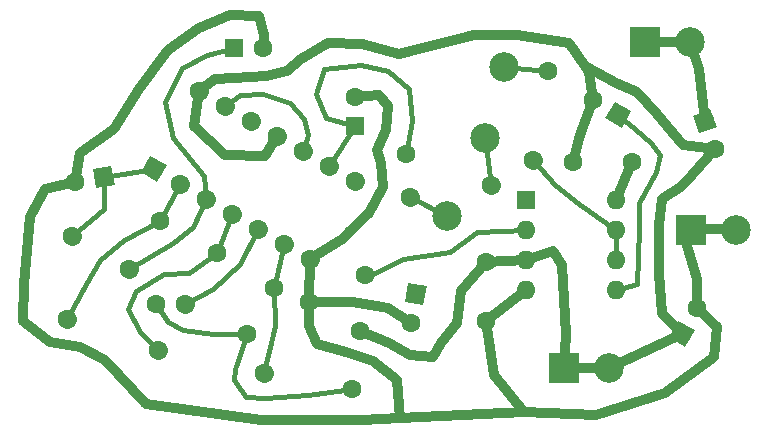
<source format=gbr>
G04 #@! TF.GenerationSoftware,KiCad,Pcbnew,(5.1.2-1)-1*
G04 #@! TF.CreationDate,2021-07-19T19:49:03-04:00*
G04 #@! TF.ProjectId,Psycho LFO - CGS,50737963-686f-4204-9c46-4f202d204347,rev?*
G04 #@! TF.SameCoordinates,Original*
G04 #@! TF.FileFunction,Copper,L2,Bot*
G04 #@! TF.FilePolarity,Positive*
%FSLAX46Y46*%
G04 Gerber Fmt 4.6, Leading zero omitted, Abs format (unit mm)*
G04 Created by KiCad (PCBNEW (5.1.2-1)-1) date 2021-07-19 19:49:03*
%MOMM*%
%LPD*%
G04 APERTURE LIST*
%ADD10C,1.600000*%
%ADD11C,1.600000*%
%ADD12C,0.100000*%
%ADD13R,1.600000X1.600000*%
%ADD14C,2.499360*%
%ADD15R,2.499360X2.499360*%
%ADD16O,1.600000X1.600000*%
%ADD17C,0.406400*%
%ADD18C,0.812800*%
G04 APERTURE END LIST*
D10*
X54328258Y-28387193D03*
D11*
X54328258Y-28387193D02*
X54328258Y-28387193D01*
D10*
X47167800Y-25781000D03*
X62960536Y-21203600D03*
X65125600Y-22453600D03*
D12*
G36*
X66218420Y-22160780D02*
G01*
X65418420Y-23546420D01*
X64032780Y-22746420D01*
X64832780Y-21360780D01*
X66218420Y-22160780D01*
X66218420Y-22160780D01*
G37*
D10*
X42849800Y-20918800D03*
D13*
X42849800Y-23418800D03*
D10*
X47546480Y-40079419D03*
X47980600Y-37617400D03*
D12*
G36*
X47331672Y-36690635D02*
G01*
X48907365Y-36968472D01*
X48629528Y-38544165D01*
X47053835Y-38266328D01*
X47331672Y-36690635D01*
X47331672Y-36690635D01*
G37*
D10*
X35062800Y-16789400D03*
D13*
X32562800Y-16789400D03*
D10*
X19102581Y-28145520D03*
X21564600Y-27711400D03*
D12*
G36*
X22213528Y-26784635D02*
G01*
X22491365Y-28360328D01*
X20915672Y-28638165D01*
X20637835Y-27062472D01*
X22213528Y-26784635D01*
X22213528Y-26784635D01*
G37*
D14*
X50622200Y-31013400D03*
X53822600Y-24384000D03*
D10*
X38900673Y-38292400D03*
X43230800Y-40792400D03*
X61294000Y-26441400D03*
X66294000Y-26441400D03*
X53898800Y-34899600D03*
X53898800Y-39899600D03*
X72440800Y-23012400D03*
D12*
G36*
X71415430Y-22534262D02*
G01*
X72918938Y-21987030D01*
X73466170Y-23490538D01*
X71962662Y-24037770D01*
X71415430Y-22534262D01*
X71415430Y-22534262D01*
G37*
D10*
X73295850Y-25361632D03*
X71760400Y-38830536D03*
X70510400Y-40995600D03*
D12*
G36*
X70803220Y-42088420D02*
G01*
X69417580Y-41288420D01*
X70217580Y-39902780D01*
X71603220Y-40702780D01*
X70803220Y-42088420D01*
X70803220Y-42088420D01*
G37*
D15*
X67386200Y-16306800D03*
D14*
X71196200Y-16306800D03*
D15*
X60528200Y-43891200D03*
D14*
X64338200Y-43891200D03*
X75082400Y-32207200D03*
D15*
X71272400Y-32207200D03*
D14*
X55473600Y-18389600D03*
D10*
X26333399Y-31411385D03*
X18829164Y-32734584D03*
D11*
X18829164Y-32734584D02*
X18829164Y-32734584D01*
D10*
X23681214Y-35506586D03*
D11*
X23681214Y-35506586D02*
X23681214Y-35506586D01*
D10*
X31185449Y-34183387D03*
X35970597Y-37122070D03*
X28466362Y-38445269D03*
D11*
X28466362Y-38445269D02*
X28466362Y-38445269D01*
D10*
X18463892Y-39768055D03*
D11*
X18463892Y-39768055D02*
X18463892Y-39768055D01*
D10*
X25968127Y-38444856D03*
X35091565Y-44320601D03*
D11*
X35091565Y-44320601D02*
X35091565Y-44320601D01*
D10*
X42595800Y-45643800D03*
X33675300Y-41046841D03*
X26171065Y-42370040D03*
D11*
X26171065Y-42370040D02*
X26171065Y-42370040D01*
D10*
X43688000Y-35991800D03*
X47498000Y-29392686D03*
D11*
X47498000Y-29392686D02*
X47498000Y-29392686D01*
D10*
X59207400Y-18770600D03*
X57884201Y-26274835D03*
D11*
X57884201Y-26274835D02*
X57884201Y-26274835D01*
D10*
X25789010Y-27020294D03*
D12*
G36*
X26081830Y-28113114D02*
G01*
X24696190Y-27313114D01*
X25496190Y-25927474D01*
X26881830Y-26727474D01*
X26081830Y-28113114D01*
X26081830Y-28113114D01*
G37*
D10*
X42797237Y-28041180D03*
D11*
X42797237Y-28041180D02*
X42797237Y-28041180D01*
D10*
X27988715Y-28290294D03*
D11*
X27988715Y-28290294D02*
X27988715Y-28290294D01*
D10*
X40597533Y-26771180D03*
D11*
X40597533Y-26771180D02*
X40597533Y-26771180D01*
D10*
X30188419Y-29560294D03*
D11*
X30188419Y-29560294D02*
X30188419Y-29560294D01*
D10*
X38397828Y-25501180D03*
D11*
X38397828Y-25501180D02*
X38397828Y-25501180D01*
D10*
X32388124Y-30830294D03*
D11*
X32388124Y-30830294D02*
X32388124Y-30830294D01*
D10*
X36198124Y-24231180D03*
D11*
X36198124Y-24231180D02*
X36198124Y-24231180D01*
D10*
X34587828Y-32100294D03*
D11*
X34587828Y-32100294D02*
X34587828Y-32100294D01*
D10*
X33998419Y-22961180D03*
D11*
X33998419Y-22961180D02*
X33998419Y-22961180D01*
D10*
X36787533Y-33370294D03*
D11*
X36787533Y-33370294D02*
X36787533Y-33370294D01*
D10*
X31798715Y-21691180D03*
D11*
X31798715Y-21691180D02*
X31798715Y-21691180D01*
D10*
X38987237Y-34640294D03*
D11*
X38987237Y-34640294D02*
X38987237Y-34640294D01*
D10*
X29599010Y-20421180D03*
D11*
X29599010Y-20421180D02*
X29599010Y-20421180D01*
D13*
X57277000Y-29641800D03*
D16*
X64897000Y-37261800D03*
X57277000Y-32181800D03*
X64897000Y-34721800D03*
X57277000Y-34721800D03*
X64897000Y-32181800D03*
X57277000Y-37261800D03*
X64897000Y-29641800D03*
D17*
X18829164Y-32734584D02*
X21564600Y-30403800D01*
X21564600Y-30403800D02*
X21564600Y-27711400D01*
X21564600Y-27711400D02*
X25789010Y-27020294D01*
D18*
X19102581Y-28145520D02*
X19532600Y-25730200D01*
X19532600Y-25730200D02*
X22453600Y-23622000D01*
X22453600Y-23622000D02*
X24511000Y-20269200D01*
X24511000Y-20269200D02*
X27025600Y-16967200D01*
X27025600Y-16967200D02*
X29591000Y-15138400D01*
X29591000Y-15138400D02*
X32258000Y-14046200D01*
X32258000Y-14046200D02*
X34671000Y-14097000D01*
X34671000Y-14097000D02*
X35128200Y-15671800D01*
X35128200Y-15671800D02*
X35062800Y-16789400D01*
X71760400Y-38830536D02*
X73456800Y-40411400D01*
X73456800Y-40411400D02*
X73228200Y-43002200D01*
X73228200Y-43002200D02*
X69062600Y-46050200D01*
X69062600Y-46050200D02*
X63271400Y-47879000D01*
X63271400Y-47879000D02*
X57124600Y-47599600D01*
X57124600Y-47599600D02*
X54635400Y-44526200D01*
X54635400Y-44526200D02*
X53898800Y-39899600D01*
X74320400Y-32156400D02*
X70510400Y-32156400D01*
X70510400Y-32156400D02*
X71755000Y-36322000D01*
X71755000Y-36322000D02*
X71760400Y-38830536D01*
X53898800Y-39899600D02*
X57277000Y-37261800D01*
X38900673Y-38292400D02*
X38987237Y-34640294D01*
X38987237Y-34640294D02*
X41884600Y-32918400D01*
X44881800Y-20802600D02*
X42849800Y-20918800D01*
X47546480Y-40079419D02*
X45593000Y-38836600D01*
X41884600Y-32918400D02*
X42294927Y-32363527D01*
X43434000Y-48285400D02*
X34899600Y-48285400D01*
X34899600Y-48285400D02*
X25171400Y-46939200D01*
X25171400Y-46939200D02*
X21666200Y-43256200D01*
X21666200Y-43256200D02*
X19558000Y-42138600D01*
X19558000Y-42138600D02*
X16992600Y-41681400D01*
X16992600Y-41681400D02*
X14732000Y-39928800D01*
X14732000Y-39928800D02*
X14808200Y-36804600D01*
X14808200Y-36804600D02*
X15341600Y-31140400D01*
X15341600Y-31140400D02*
X16611600Y-28778200D01*
X16611600Y-28778200D02*
X19102581Y-28145520D01*
X38900673Y-38292400D02*
X38938200Y-40335200D01*
X38938200Y-40335200D02*
X39598600Y-41859200D01*
X39598600Y-41859200D02*
X42037000Y-42545000D01*
X42037000Y-42545000D02*
X44323000Y-43281600D01*
X44323000Y-43281600D02*
X46355000Y-44907200D01*
X46355000Y-44907200D02*
X46675237Y-48123037D01*
X46675237Y-48123037D02*
X43434000Y-48285400D01*
X57124600Y-47599600D02*
X46675237Y-48123037D01*
X45593000Y-38836600D02*
X42672000Y-38303200D01*
X42672000Y-38303200D02*
X38900673Y-38292400D01*
X42294927Y-32363527D02*
X43992800Y-30734000D01*
X43992800Y-30734000D02*
X45161200Y-28575000D01*
X45161200Y-28575000D02*
X45034200Y-26517600D01*
X45034200Y-26517600D02*
X44678600Y-25400000D01*
X44678600Y-25400000D02*
X45491400Y-23723600D01*
X45491400Y-23723600D02*
X45643800Y-21742400D01*
X45643800Y-21742400D02*
X44881800Y-20802600D01*
D17*
X23681214Y-35506586D02*
X27432000Y-33350200D01*
X27432000Y-33350200D02*
X29083000Y-31927800D01*
X29083000Y-31927800D02*
X30188419Y-29560294D01*
X30188419Y-29560294D02*
X30073600Y-27660600D01*
X30073600Y-27660600D02*
X27457400Y-24460200D01*
X27457400Y-24460200D02*
X26720800Y-21361400D01*
X26720800Y-21361400D02*
X28143200Y-18516600D01*
X28143200Y-18516600D02*
X30276800Y-17399000D01*
X30276800Y-17399000D02*
X32562800Y-16789400D01*
X28466362Y-38445269D02*
X30810200Y-37185600D01*
X30810200Y-37185600D02*
X33121600Y-35052000D01*
X33121600Y-35052000D02*
X34587828Y-32100294D01*
X42849800Y-23418800D02*
X40597533Y-26771180D01*
X47650400Y-22987000D02*
X47421800Y-20269200D01*
X47421800Y-20269200D02*
X45593000Y-18745200D01*
X45593000Y-18745200D02*
X43357800Y-18262600D01*
X43357800Y-18262600D02*
X40208200Y-18618200D01*
X40208200Y-18618200D02*
X39497000Y-20675600D01*
X39497000Y-20675600D02*
X40386000Y-22758400D01*
X40386000Y-22758400D02*
X42849800Y-23418800D01*
X47167800Y-25781000D02*
X47650400Y-22987000D01*
D18*
X72440800Y-23012400D02*
X71983600Y-18618200D01*
X71983600Y-18618200D02*
X71196200Y-16306800D01*
X67386200Y-16306800D02*
X71196200Y-16306800D01*
X64897000Y-29641800D02*
X66294000Y-26441400D01*
X68376800Y-22428200D02*
X66725800Y-20497800D01*
X66725800Y-20497800D02*
X64947800Y-19786600D01*
X53898800Y-34899600D02*
X51841400Y-37338000D01*
X51841400Y-37338000D02*
X51485800Y-40106600D01*
X51485800Y-40106600D02*
X50088800Y-41783000D01*
X60960000Y-16408400D02*
X56540400Y-15671800D01*
X56540400Y-15671800D02*
X52882800Y-15671800D01*
X52882800Y-15671800D02*
X46532800Y-17348200D01*
X36198124Y-24231180D02*
X35204400Y-25908000D01*
X35204400Y-25908000D02*
X31800800Y-25831800D01*
X31800800Y-25831800D02*
X29159200Y-23393400D01*
X29159200Y-23393400D02*
X29599010Y-20421180D01*
X53898800Y-34899600D02*
X57277000Y-34721800D01*
X57277000Y-34721800D02*
X59563000Y-33959800D01*
X61294000Y-26441400D02*
X61874400Y-24206200D01*
X61874400Y-24206200D02*
X62960536Y-21203600D01*
X60528200Y-43891200D02*
X60731400Y-41021000D01*
X60731400Y-41021000D02*
X60375800Y-35204400D01*
X60375800Y-35204400D02*
X59563000Y-33959800D01*
X64338200Y-43891200D02*
X60528200Y-43891200D01*
X64338200Y-43891200D02*
X70510400Y-40995600D01*
X70510400Y-40995600D02*
X68783200Y-39217600D01*
X68783200Y-39217600D02*
X68580000Y-35966400D01*
X71374000Y-27559000D02*
X73295850Y-25361632D01*
X35280600Y-19202400D02*
X32562800Y-19304000D01*
X32562800Y-19304000D02*
X30962600Y-19456400D01*
X30962600Y-19456400D02*
X29599010Y-20421180D01*
X46532800Y-17348200D02*
X43434000Y-16433800D01*
X43434000Y-16433800D02*
X40563800Y-16383000D01*
X40563800Y-16383000D02*
X38227000Y-17729200D01*
X38227000Y-17729200D02*
X37109400Y-18719800D01*
X37109400Y-18719800D02*
X35280600Y-19202400D01*
X43230800Y-40792400D02*
X45669200Y-41783000D01*
X45669200Y-41783000D02*
X47447200Y-42799000D01*
X47447200Y-42799000D02*
X49428400Y-42976800D01*
X49428400Y-42976800D02*
X50088800Y-41783000D01*
X70535800Y-28498800D02*
X71374000Y-27559000D01*
X70584823Y-24995377D02*
X68376800Y-22428200D01*
X73295850Y-25361632D02*
X70584823Y-24995377D01*
X62960536Y-21203600D02*
X62636400Y-18846800D01*
X64947800Y-19786600D02*
X62301120Y-18359120D01*
X62301120Y-18359120D02*
X60960000Y-16408400D01*
X62636400Y-18846800D02*
X62301120Y-18359120D01*
X68580000Y-35966400D02*
X68605400Y-31800800D01*
X68605400Y-31800800D02*
X68834000Y-29565600D01*
X68834000Y-29565600D02*
X70535800Y-28498800D01*
D17*
X65125600Y-22453600D02*
X66573400Y-23647400D01*
X66573400Y-23647400D02*
X67868800Y-24866600D01*
X67868800Y-24866600D02*
X68656200Y-25831800D01*
X66725800Y-36804600D02*
X66878200Y-32131000D01*
X66725800Y-36804600D02*
X64897000Y-37261800D01*
X66878200Y-32131000D02*
X66903600Y-29895800D01*
X66903600Y-29895800D02*
X68316946Y-27295946D01*
X68656200Y-25831800D02*
X68316946Y-27295946D01*
X59207400Y-18770600D02*
X55473600Y-18389600D01*
X26333399Y-31411385D02*
X27988715Y-28290294D01*
X26333399Y-31411385D02*
X23241000Y-33020000D01*
X23241000Y-33020000D02*
X21259800Y-34772600D01*
X21259800Y-34772600D02*
X20015200Y-36804600D01*
X20015200Y-36804600D02*
X18463892Y-39768055D01*
X31185449Y-34183387D02*
X32388124Y-30830294D01*
X26171065Y-42370040D02*
X24612600Y-40843200D01*
X24612600Y-40843200D02*
X23622000Y-38887400D01*
X23622000Y-38887400D02*
X24282400Y-37363400D01*
X24282400Y-37363400D02*
X26695400Y-35966400D01*
X26695400Y-35966400D02*
X28778200Y-35864800D01*
X28778200Y-35864800D02*
X31185449Y-34183387D01*
X36787533Y-33370294D02*
X35970597Y-37122070D01*
X35970597Y-37122070D02*
X36017200Y-40335200D01*
X36017200Y-40335200D02*
X35585400Y-42418000D01*
X35585400Y-42418000D02*
X35001200Y-44500800D01*
X33675300Y-41046841D02*
X30835600Y-40995600D01*
X30835600Y-40995600D02*
X28295600Y-40690800D01*
X28295600Y-40690800D02*
X27025600Y-39979600D01*
X27025600Y-39979600D02*
X25968127Y-38444856D01*
X32639000Y-43942000D02*
X33675300Y-41046841D01*
X32617150Y-44936150D02*
X33624520Y-46334680D01*
X35179000Y-46456600D02*
X33624520Y-46334680D01*
X32617150Y-44936150D02*
X32639000Y-43942000D01*
X42595800Y-45643800D02*
X38836600Y-46151800D01*
X38836600Y-46151800D02*
X35179000Y-46456600D01*
X43840400Y-36220400D02*
X46888400Y-34671000D01*
X46888400Y-34671000D02*
X50901600Y-34036000D01*
X50901600Y-34036000D02*
X53136800Y-32359600D01*
X53136800Y-32359600D02*
X57277000Y-32181800D01*
X64897000Y-34721800D02*
X64897000Y-32181800D01*
X64897000Y-32181800D02*
X61772800Y-29972000D01*
X61772800Y-29972000D02*
X59740800Y-28371800D01*
X59740800Y-28371800D02*
X57884201Y-26274835D01*
X31798715Y-21691180D02*
X33070800Y-20802600D01*
X33070800Y-20802600D02*
X35026600Y-20701000D01*
X35026600Y-20701000D02*
X37363400Y-21488400D01*
X37363400Y-21488400D02*
X38531800Y-22834600D01*
X38531800Y-22834600D02*
X38887400Y-24130000D01*
X38887400Y-24130000D02*
X38397828Y-25501180D01*
X54328258Y-28387193D02*
X53822600Y-24384000D01*
X50622200Y-31013400D02*
X47498000Y-29392686D01*
M02*

</source>
